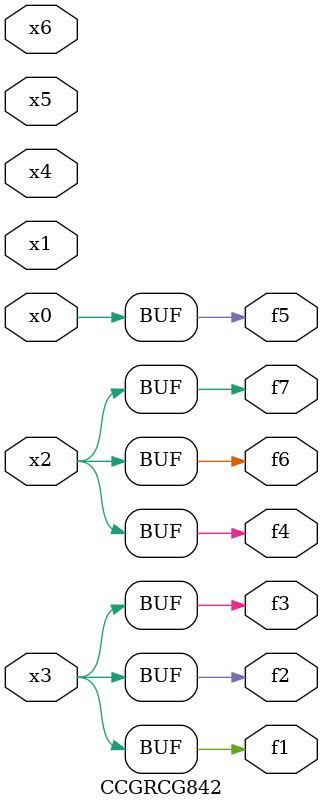
<source format=v>
module CCGRCG842(
	input x0, x1, x2, x3, x4, x5, x6,
	output f1, f2, f3, f4, f5, f6, f7
);
	assign f1 = x3;
	assign f2 = x3;
	assign f3 = x3;
	assign f4 = x2;
	assign f5 = x0;
	assign f6 = x2;
	assign f7 = x2;
endmodule

</source>
